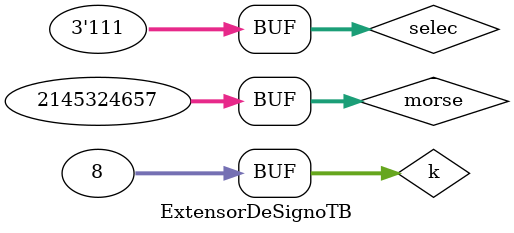
<source format=v>
`timescale 1ns / 1ps
          
// Resultados esperados: Se espera observar que los valores adecuados de los
//                       manejos de inmediatos
//                       En secuencia se espera obtener: 000007fd, 0000001d,
//                       000007fc, 7fdf0000, 000007fc, 000f0ffc, 000f0ffc, 00000000
module ExtensorDeSignoTB;
//input
reg [31:0] morse;
reg [2:0] selec;

//output
wire [31:0] salida;

ExtensorDeSigno uut(
                   .morse(morse),
                   .selec(selec),
                   .salida(salida));
 integer k = 0;
 initial
 begin
 selec = 0;
 morse = 2145324657;
 for(k=0;k<8;k = k+1)
 begin
 #10 selec = k;
 end
 
 end

endmodule

</source>
